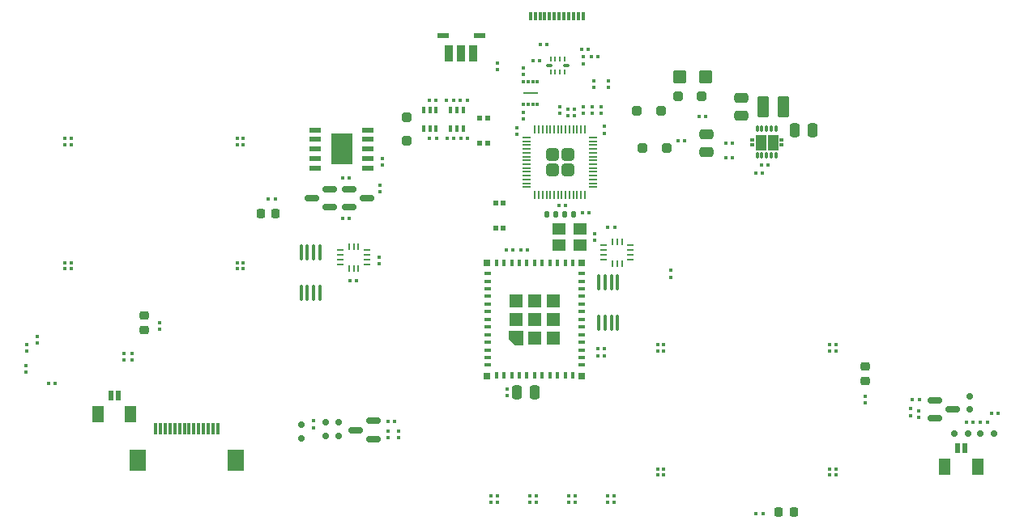
<source format=gbr>
G04 #@! TF.GenerationSoftware,KiCad,Pcbnew,8.0.2*
G04 #@! TF.CreationDate,2024-10-26T14:53:53-07:00*
G04 #@! TF.ProjectId,progcc_3.2_main,70726f67-6363-45f3-932e-325f6d61696e,1*
G04 #@! TF.SameCoordinates,Original*
G04 #@! TF.FileFunction,Paste,Top*
G04 #@! TF.FilePolarity,Positive*
%FSLAX46Y46*%
G04 Gerber Fmt 4.6, Leading zero omitted, Abs format (unit mm)*
G04 Created by KiCad (PCBNEW 8.0.2) date 2024-10-26 14:53:53*
%MOMM*%
%LPD*%
G01*
G04 APERTURE LIST*
G04 Aperture macros list*
%AMRoundRect*
0 Rectangle with rounded corners*
0 $1 Rounding radius*
0 $2 $3 $4 $5 $6 $7 $8 $9 X,Y pos of 4 corners*
0 Add a 4 corners polygon primitive as box body*
4,1,4,$2,$3,$4,$5,$6,$7,$8,$9,$2,$3,0*
0 Add four circle primitives for the rounded corners*
1,1,$1+$1,$2,$3*
1,1,$1+$1,$4,$5*
1,1,$1+$1,$6,$7*
1,1,$1+$1,$8,$9*
0 Add four rect primitives between the rounded corners*
20,1,$1+$1,$2,$3,$4,$5,0*
20,1,$1+$1,$4,$5,$6,$7,0*
20,1,$1+$1,$6,$7,$8,$9,0*
20,1,$1+$1,$8,$9,$2,$3,0*%
G04 Aperture macros list end*
%ADD10C,0.010000*%
%ADD11RoundRect,0.079500X-0.079500X-0.100500X0.079500X-0.100500X0.079500X0.100500X-0.079500X0.100500X0*%
%ADD12RoundRect,0.250000X-0.250000X-0.475000X0.250000X-0.475000X0.250000X0.475000X-0.250000X0.475000X0*%
%ADD13R,0.950000X1.700000*%
%ADD14R,0.900000X1.700000*%
%ADD15R,1.200000X0.600000*%
%ADD16RoundRect,0.079500X-0.100500X0.079500X-0.100500X-0.079500X0.100500X-0.079500X0.100500X0.079500X0*%
%ADD17RoundRect,0.150000X-0.150000X-0.200000X0.150000X-0.200000X0.150000X0.200000X-0.150000X0.200000X0*%
%ADD18R,0.370000X0.370000*%
%ADD19RoundRect,0.250000X0.475000X-0.250000X0.475000X0.250000X-0.475000X0.250000X-0.475000X-0.250000X0*%
%ADD20RoundRect,0.079500X0.100500X-0.079500X0.100500X0.079500X-0.100500X0.079500X-0.100500X-0.079500X0*%
%ADD21RoundRect,0.100000X0.100000X-0.712500X0.100000X0.712500X-0.100000X0.712500X-0.100000X-0.712500X0*%
%ADD22RoundRect,0.225000X-0.250000X0.225000X-0.250000X-0.225000X0.250000X-0.225000X0.250000X0.225000X0*%
%ADD23R,0.400000X0.650000*%
%ADD24RoundRect,0.225000X0.225000X0.250000X-0.225000X0.250000X-0.225000X-0.250000X0.225000X-0.250000X0*%
%ADD25RoundRect,0.250000X0.250000X0.250000X-0.250000X0.250000X-0.250000X-0.250000X0.250000X-0.250000X0*%
%ADD26RoundRect,0.079500X0.079500X0.100500X-0.079500X0.100500X-0.079500X-0.100500X0.079500X-0.100500X0*%
%ADD27RoundRect,0.249999X-0.395001X-0.395001X0.395001X-0.395001X0.395001X0.395001X-0.395001X0.395001X0*%
%ADD28RoundRect,0.050000X-0.387500X-0.050000X0.387500X-0.050000X0.387500X0.050000X-0.387500X0.050000X0*%
%ADD29RoundRect,0.050000X-0.050000X-0.387500X0.050000X-0.387500X0.050000X0.387500X-0.050000X0.387500X0*%
%ADD30R,0.400000X0.800000*%
%ADD31R,0.800000X0.400000*%
%ADD32R,1.450000X1.450000*%
%ADD33R,0.700000X0.700000*%
%ADD34RoundRect,0.250000X-0.250000X-0.250000X0.250000X-0.250000X0.250000X0.250000X-0.250000X0.250000X0*%
%ADD35RoundRect,0.150000X0.150000X0.200000X-0.150000X0.200000X-0.150000X-0.200000X0.150000X-0.200000X0*%
%ADD36RoundRect,0.150000X-0.587500X-0.150000X0.587500X-0.150000X0.587500X0.150000X-0.587500X0.150000X0*%
%ADD37RoundRect,0.007200X-0.112800X0.292800X-0.112800X-0.292800X0.112800X-0.292800X0.112800X0.292800X0*%
%ADD38R,0.500000X1.000000*%
%ADD39R,1.200000X1.700000*%
%ADD40R,0.300000X0.400000*%
%ADD41R,1.600000X0.200000*%
%ADD42RoundRect,0.225000X-0.225000X-0.250000X0.225000X-0.250000X0.225000X0.250000X-0.225000X0.250000X0*%
%ADD43RoundRect,0.250000X-0.450000X-0.425000X0.450000X-0.425000X0.450000X0.425000X-0.450000X0.425000X0*%
%ADD44R,1.400000X1.200000*%
%ADD45RoundRect,0.140000X0.140000X0.170000X-0.140000X0.170000X-0.140000X-0.170000X0.140000X-0.170000X0*%
%ADD46R,1.300000X0.600000*%
%ADD47R,2.300000X3.200000*%
%ADD48RoundRect,0.150000X0.587500X0.150000X-0.587500X0.150000X-0.587500X-0.150000X0.587500X-0.150000X0*%
%ADD49R,0.500000X0.550000*%
%ADD50RoundRect,0.140000X-0.140000X-0.170000X0.140000X-0.170000X0.140000X0.170000X-0.140000X0.170000X0*%
%ADD51R,0.300000X1.300000*%
%ADD52R,1.800000X2.200000*%
%ADD53R,0.300000X0.900000*%
%ADD54RoundRect,0.050000X0.075000X-0.225000X0.075000X0.225000X-0.075000X0.225000X-0.075000X-0.225000X0*%
%ADD55RoundRect,0.050000X0.050000X-0.225000X0.050000X0.225000X-0.050000X0.225000X-0.050000X-0.225000X0*%
%ADD56RoundRect,0.050000X0.250000X-0.100000X0.250000X0.100000X-0.250000X0.100000X-0.250000X-0.100000X0*%
%ADD57RoundRect,0.150000X-0.200000X0.150000X-0.200000X-0.150000X0.200000X-0.150000X0.200000X0.150000X0*%
%ADD58R,0.745000X0.280000*%
%ADD59R,0.280000X0.745000*%
%ADD60RoundRect,0.150000X0.200000X-0.150000X0.200000X0.150000X-0.200000X0.150000X-0.200000X-0.150000X0*%
%ADD61RoundRect,0.250000X-0.375000X-0.850000X0.375000X-0.850000X0.375000X0.850000X-0.375000X0.850000X0*%
%ADD62RoundRect,0.250000X-0.250000X0.250000X-0.250000X-0.250000X0.250000X-0.250000X0.250000X0.250000X0*%
%ADD63RoundRect,0.250000X-0.475000X0.250000X-0.475000X-0.250000X0.475000X-0.250000X0.475000X0.250000X0*%
G04 APERTURE END LIST*
D10*
X134919200Y-133223800D02*
X134069200Y-133223800D01*
X133469200Y-132623800D01*
X133469200Y-131773800D01*
X134919200Y-131773800D01*
X134919200Y-133223800D01*
G36*
X134919200Y-133223800D02*
G01*
X134069200Y-133223800D01*
X133469200Y-132623800D01*
X133469200Y-131773800D01*
X134919200Y-131773800D01*
X134919200Y-133223800D01*
G37*
X159040000Y-111875000D02*
X158700000Y-111875000D01*
X158700000Y-111625000D01*
X159040000Y-111625000D01*
X159040000Y-111875000D01*
G36*
X159040000Y-111875000D02*
G01*
X158700000Y-111875000D01*
X158700000Y-111625000D01*
X159040000Y-111625000D01*
X159040000Y-111875000D01*
G37*
X159040000Y-112375000D02*
X158700000Y-112375000D01*
X158700000Y-112125000D01*
X159040000Y-112125000D01*
X159040000Y-112375000D01*
G36*
X159040000Y-112375000D02*
G01*
X158700000Y-112375000D01*
X158700000Y-112125000D01*
X159040000Y-112125000D01*
X159040000Y-112375000D01*
G37*
X160300000Y-112750000D02*
X159240000Y-112750000D01*
X159240000Y-111250000D01*
X160300000Y-111250000D01*
X160300000Y-112750000D01*
G36*
X160300000Y-112750000D02*
G01*
X159240000Y-112750000D01*
X159240000Y-111250000D01*
X160300000Y-111250000D01*
X160300000Y-112750000D01*
G37*
X161560000Y-112750000D02*
X160500000Y-112750000D01*
X160500000Y-111250000D01*
X161560000Y-111250000D01*
X161560000Y-112750000D01*
G36*
X161560000Y-112750000D02*
G01*
X160500000Y-112750000D01*
X160500000Y-111250000D01*
X161560000Y-111250000D01*
X161560000Y-112750000D01*
G37*
X162100000Y-111875000D02*
X161760000Y-111875000D01*
X161760000Y-111625000D01*
X162100000Y-111625000D01*
X162100000Y-111875000D01*
G36*
X162100000Y-111875000D02*
G01*
X161760000Y-111875000D01*
X161760000Y-111625000D01*
X162100000Y-111625000D01*
X162100000Y-111875000D01*
G37*
X162100000Y-112375000D02*
X161760000Y-112375000D01*
X161760000Y-112125000D01*
X162100000Y-112125000D01*
X162100000Y-112375000D01*
G36*
X162100000Y-112375000D02*
G01*
X161760000Y-112375000D01*
X161760000Y-112125000D01*
X162100000Y-112125000D01*
X162100000Y-112375000D01*
G37*
D11*
X85335000Y-137280000D03*
X86025000Y-137280000D03*
D12*
X163320000Y-110770000D03*
X165220000Y-110770000D03*
D13*
X127208519Y-102740000D03*
D14*
X128483519Y-102740000D03*
D13*
X129758519Y-102740000D03*
D15*
X126583519Y-100840000D03*
X130383519Y-100840000D03*
D16*
X139611100Y-108518094D03*
X139611100Y-109208094D03*
D17*
X181421000Y-142494000D03*
X180021000Y-142494000D03*
D18*
X166985200Y-133857000D03*
X167655200Y-133857000D03*
X167655200Y-133187000D03*
X166985200Y-133187000D03*
D16*
X119931628Y-124010987D03*
X119931628Y-124700987D03*
D11*
X156095000Y-113670000D03*
X156785000Y-113670000D03*
D19*
X154080000Y-113070000D03*
X154080000Y-111170000D03*
D20*
X170739623Y-139313477D03*
X170739623Y-138623477D03*
D16*
X142350000Y-105555000D03*
X142350000Y-106245000D03*
D21*
X111750200Y-127791700D03*
X112400200Y-127791700D03*
X113050200Y-127791700D03*
X113700200Y-127791700D03*
X113700200Y-123566700D03*
X113050200Y-123566700D03*
X112400200Y-123566700D03*
X111750200Y-123566700D03*
D22*
X95317457Y-130105391D03*
X95317457Y-131655391D03*
D23*
X124546600Y-110556100D03*
X125196600Y-110556100D03*
X125846600Y-110556100D03*
X125846600Y-108656100D03*
X125196600Y-108656100D03*
X124546600Y-108656100D03*
D20*
X150418800Y-126125800D03*
X150418800Y-125435800D03*
D17*
X115685800Y-142773400D03*
X114285800Y-142773400D03*
D11*
X120813000Y-141224000D03*
X121503000Y-141224000D03*
X142782000Y-133583600D03*
X143472000Y-133583600D03*
D24*
X163225004Y-150698757D03*
X161675004Y-150698757D03*
D18*
X87042000Y-112267600D03*
X87712000Y-112267600D03*
X87712000Y-111597600D03*
X87042000Y-111597600D03*
D25*
X149352626Y-108746930D03*
X146852626Y-108746930D03*
D26*
X127685800Y-111612700D03*
X126995800Y-111612700D03*
D11*
X183906600Y-140411200D03*
X184596600Y-140411200D03*
D20*
X134950900Y-104909294D03*
X134950900Y-104219294D03*
X113055400Y-141873800D03*
X113055400Y-141183800D03*
D27*
X137985700Y-113308094D03*
X137985700Y-114908094D03*
X139585700Y-113308094D03*
X139585700Y-114908094D03*
D28*
X135348200Y-111508094D03*
X135348200Y-111908094D03*
X135348200Y-112308094D03*
X135348200Y-112708094D03*
X135348200Y-113108094D03*
X135348200Y-113508094D03*
X135348200Y-113908094D03*
X135348200Y-114308094D03*
X135348200Y-114708094D03*
X135348200Y-115108094D03*
X135348200Y-115508094D03*
X135348200Y-115908094D03*
X135348200Y-116308094D03*
X135348200Y-116708094D03*
D29*
X136185700Y-117545594D03*
X136585700Y-117545594D03*
X136985700Y-117545594D03*
X137385700Y-117545594D03*
X137785700Y-117545594D03*
X138185700Y-117545594D03*
X138585700Y-117545594D03*
X138985700Y-117545594D03*
X139385700Y-117545594D03*
X139785700Y-117545594D03*
X140185700Y-117545594D03*
X140585700Y-117545594D03*
X140985700Y-117545594D03*
X141385700Y-117545594D03*
D28*
X142223200Y-116708094D03*
X142223200Y-116308094D03*
X142223200Y-115908094D03*
X142223200Y-115508094D03*
X142223200Y-115108094D03*
X142223200Y-114708094D03*
X142223200Y-114308094D03*
X142223200Y-113908094D03*
X142223200Y-113508094D03*
X142223200Y-113108094D03*
X142223200Y-112708094D03*
X142223200Y-112308094D03*
X142223200Y-111908094D03*
X142223200Y-111508094D03*
D29*
X141385700Y-110670594D03*
X140985700Y-110670594D03*
X140585700Y-110670594D03*
X140185700Y-110670594D03*
X139785700Y-110670594D03*
X139385700Y-110670594D03*
X138985700Y-110670594D03*
X138585700Y-110670594D03*
X138185700Y-110670594D03*
X137785700Y-110670594D03*
X137385700Y-110670594D03*
X136985700Y-110670594D03*
X136585700Y-110670594D03*
X136185700Y-110670594D03*
D18*
X105042000Y-125267600D03*
X105712000Y-125267600D03*
X105712000Y-124597600D03*
X105042000Y-124597600D03*
D30*
X132144200Y-136448800D03*
X132944200Y-136448800D03*
X133744200Y-136448800D03*
X134544200Y-136448800D03*
X135344200Y-136448800D03*
X136144200Y-136448800D03*
X136944200Y-136448800D03*
X137744200Y-136448800D03*
X138544200Y-136448800D03*
X139344200Y-136448800D03*
X140144200Y-136448800D03*
D31*
X141044200Y-135348800D03*
X141044200Y-134548800D03*
X141044200Y-133748800D03*
X141044200Y-132948800D03*
X141044200Y-132148800D03*
X141044200Y-131348800D03*
X141044200Y-130548800D03*
X141044200Y-129748800D03*
X141044200Y-128948800D03*
X141044200Y-128148800D03*
X141044200Y-127348800D03*
X141044200Y-126548800D03*
X141044200Y-125748800D03*
D30*
X140144200Y-124648800D03*
X139344200Y-124648800D03*
X138544200Y-124648800D03*
X137744200Y-124648800D03*
X136944200Y-124648800D03*
X136144200Y-124648800D03*
X135344200Y-124648800D03*
X134544200Y-124648800D03*
X133744200Y-124648800D03*
X132944200Y-124648800D03*
X132144200Y-124648800D03*
D31*
X131244200Y-125748800D03*
X131244200Y-126548800D03*
X131244200Y-127348800D03*
X131244200Y-128148800D03*
X131244200Y-128948800D03*
X131244200Y-129748800D03*
X131244200Y-130548800D03*
X131244200Y-131348800D03*
X131244200Y-132148800D03*
X131244200Y-132948800D03*
X131244200Y-133748800D03*
X131244200Y-134548800D03*
X131244200Y-135348800D03*
D32*
X136144200Y-130548800D03*
D33*
X131194200Y-124598800D03*
X141094200Y-124598800D03*
X141094200Y-136498800D03*
X131194200Y-136498800D03*
D32*
X136144200Y-132498800D03*
X138094200Y-132498800D03*
X138094200Y-130548800D03*
X138094200Y-128598800D03*
X136144200Y-128598800D03*
X134194200Y-128598800D03*
X134194200Y-130548800D03*
D20*
X142151100Y-109002294D03*
X142151100Y-108312294D03*
D11*
X125181800Y-111612700D03*
X125871800Y-111612700D03*
D34*
X147441600Y-112649000D03*
X149941600Y-112649000D03*
D16*
X175412400Y-139913800D03*
X175412400Y-140603800D03*
D18*
X143746226Y-149724357D03*
X144416226Y-149724357D03*
X144416226Y-149054357D03*
X143746226Y-149054357D03*
D25*
X153599200Y-107238800D03*
X151099200Y-107238800D03*
D35*
X182738800Y-142494000D03*
X184138800Y-142494000D03*
D20*
X134251700Y-111189294D03*
X134251700Y-110499294D03*
D36*
X178005500Y-139015300D03*
X178005500Y-140915300D03*
X179880500Y-139965300D03*
D16*
X141274800Y-103083800D03*
X141274800Y-103773800D03*
D11*
X125156400Y-107599500D03*
X125846400Y-107599500D03*
D20*
X176326800Y-140832400D03*
X176326800Y-140142400D03*
X93268800Y-134787200D03*
X93268800Y-134097200D03*
D26*
X143472000Y-134396400D03*
X142782000Y-134396400D03*
D16*
X120853200Y-142250600D03*
X120853200Y-142940600D03*
D11*
X116118023Y-119981101D03*
X116808023Y-119981101D03*
D37*
X161400000Y-110600000D03*
X160900000Y-110600000D03*
X160400000Y-110600000D03*
X159900000Y-110600000D03*
X159400000Y-110600000D03*
X159400000Y-113400000D03*
X159900000Y-113400000D03*
X160400000Y-113400000D03*
X160900000Y-113400000D03*
X161400000Y-113400000D03*
D11*
X156095000Y-112140000D03*
X156785000Y-112140000D03*
D26*
X117534690Y-126478122D03*
X116844690Y-126478122D03*
D16*
X140322300Y-108518094D03*
X140322300Y-109208094D03*
X94056200Y-134097200D03*
X94056200Y-134787200D03*
D38*
X91840000Y-138495000D03*
X92640000Y-138495000D03*
D39*
X90540000Y-140445000D03*
X93940000Y-140445000D03*
D40*
X134949500Y-108081894D03*
X135449500Y-108081894D03*
X135949500Y-108081894D03*
X136449500Y-108081894D03*
X136449500Y-105681894D03*
X135949500Y-105681894D03*
X135449500Y-105681894D03*
X134949500Y-105681894D03*
D41*
X135699500Y-106881894D03*
D42*
X107506309Y-119497056D03*
X109056309Y-119497056D03*
D38*
X180330000Y-144055000D03*
X181130000Y-144055000D03*
D39*
X179030000Y-146005000D03*
X182430000Y-146005000D03*
D11*
X142047400Y-103073200D03*
X142737400Y-103073200D03*
D43*
X151304000Y-105130600D03*
X154004000Y-105130600D03*
D18*
X148985200Y-146857000D03*
X149655200Y-146857000D03*
X149655200Y-146187000D03*
X148985200Y-146187000D03*
D36*
X116744723Y-116922901D03*
X116744723Y-118822901D03*
X118619723Y-117872901D03*
D16*
X142460000Y-121585000D03*
X142460000Y-122275000D03*
D11*
X136713400Y-101752400D03*
X137403400Y-101752400D03*
D20*
X134975600Y-109589094D03*
X134975600Y-108899094D03*
D11*
X116107423Y-115764701D03*
X116797423Y-115764701D03*
D44*
X138690000Y-122770000D03*
X140890000Y-122770000D03*
X140890000Y-121070000D03*
X138690000Y-121070000D03*
D20*
X143471900Y-111062294D03*
X143471900Y-110372294D03*
D18*
X105042000Y-112267600D03*
X105712000Y-112267600D03*
X105712000Y-111597600D03*
X105042000Y-111597600D03*
D26*
X136666800Y-103505000D03*
X135976800Y-103505000D03*
D12*
X134279600Y-138226800D03*
X136179600Y-138226800D03*
D22*
X170738456Y-135439581D03*
X170738456Y-136989581D03*
D45*
X138370000Y-119540000D03*
X137410000Y-119540000D03*
D16*
X84175600Y-132304400D03*
X84175600Y-132994400D03*
D18*
X166985200Y-146857000D03*
X167655200Y-146857000D03*
X167655200Y-146187000D03*
X166985200Y-146187000D03*
D23*
X127391400Y-110556100D03*
X128041400Y-110556100D03*
X128691400Y-110556100D03*
X128691400Y-108656100D03*
X128041400Y-108656100D03*
X127391400Y-108656100D03*
D46*
X113227302Y-110726102D03*
X113227302Y-111726102D03*
X113227302Y-112726102D03*
X113227302Y-113726102D03*
X113227302Y-114726102D03*
X118727302Y-114726102D03*
X118727302Y-113726102D03*
X118727302Y-112726102D03*
X118727302Y-111726102D03*
X118727302Y-110726102D03*
D47*
X115977302Y-112726102D03*
D11*
X159300629Y-150847756D03*
X159990629Y-150847756D03*
D48*
X114708123Y-118822901D03*
X114708123Y-116922901D03*
X112833123Y-117872901D03*
D26*
X133898200Y-123266200D03*
X133208200Y-123266200D03*
D49*
X130435400Y-112119800D03*
X131235400Y-112119800D03*
X130435400Y-109469800D03*
X131235400Y-109469800D03*
D11*
X181290400Y-141300200D03*
X181980400Y-141300200D03*
X108340401Y-117977059D03*
X109030401Y-117977059D03*
X143805000Y-120950000D03*
X144495000Y-120950000D03*
D16*
X143065500Y-108312294D03*
X143065500Y-109002294D03*
D11*
X153328200Y-109274000D03*
X154018200Y-109274000D03*
D26*
X141865000Y-119420000D03*
X141175000Y-119420000D03*
D48*
X119301500Y-143088400D03*
X119301500Y-141188400D03*
X117426500Y-142138400D03*
D16*
X120225902Y-113711302D03*
X120225902Y-114401302D03*
D11*
X182763600Y-141300200D03*
X183453600Y-141300200D03*
D16*
X138747500Y-108314894D03*
X138747500Y-109004894D03*
D18*
X135646226Y-149724357D03*
X136316226Y-149724357D03*
X136316226Y-149054357D03*
X135646226Y-149054357D03*
D50*
X139290000Y-119540000D03*
X140250000Y-119540000D03*
D16*
X141236700Y-108314894D03*
X141236700Y-109004894D03*
D51*
X96540000Y-142030000D03*
X97040000Y-142030000D03*
X97540000Y-142030000D03*
X98040000Y-142030000D03*
X98540000Y-142030000D03*
X99040000Y-142030000D03*
X99540000Y-142030000D03*
X100040000Y-142030000D03*
X100540000Y-142030000D03*
X101040000Y-142030000D03*
X101540000Y-142030000D03*
X102040000Y-142030000D03*
X102540000Y-142030000D03*
X103040000Y-142030000D03*
D52*
X94640000Y-145280000D03*
X104940000Y-145280000D03*
D16*
X83075375Y-133204089D03*
X83075375Y-133894089D03*
D26*
X127649800Y-107599500D03*
X126959800Y-107599500D03*
D53*
X141210000Y-98835000D03*
X140710000Y-98835000D03*
X140210000Y-98835000D03*
X139710000Y-98835000D03*
X139210000Y-98835000D03*
X138710000Y-98835000D03*
X138210000Y-98835000D03*
X137710000Y-98835000D03*
X137210000Y-98835000D03*
X136710000Y-98835000D03*
X136210000Y-98835000D03*
X135710000Y-98835000D03*
D54*
X137807000Y-104688000D03*
D55*
X138307000Y-104688000D03*
X138807000Y-104688000D03*
D54*
X139307000Y-104688000D03*
D56*
X139457000Y-104013000D03*
D54*
X139307000Y-103338000D03*
D55*
X138807000Y-103338000D03*
X138307000Y-103338000D03*
D54*
X137807000Y-103338000D03*
D56*
X137657000Y-104013000D03*
D21*
X142865200Y-130915900D03*
X143515200Y-130915900D03*
X144165200Y-130915900D03*
X144815200Y-130915900D03*
X144815200Y-126690900D03*
X144165200Y-126690900D03*
X143515200Y-126690900D03*
X142865200Y-126690900D03*
D49*
X132861000Y-118385200D03*
X132061000Y-118385200D03*
X132861000Y-121035200D03*
X132061000Y-121035200D03*
D57*
X181635400Y-139968200D03*
X181635400Y-138568200D03*
D35*
X114285800Y-141300200D03*
X115685800Y-141300200D03*
D11*
X128407600Y-107599500D03*
X129097600Y-107599500D03*
X138685000Y-118630000D03*
X139375000Y-118630000D03*
D16*
X96933652Y-130907363D03*
X96933652Y-131597363D03*
D20*
X133248400Y-138546400D03*
X133248400Y-137856400D03*
D18*
X87042000Y-125267600D03*
X87712000Y-125267600D03*
X87712000Y-124597600D03*
X87042000Y-124597600D03*
D58*
X146159800Y-124295600D03*
X146159800Y-123795600D03*
X146159800Y-123295600D03*
X146159800Y-122795600D03*
D59*
X145261800Y-122397600D03*
X144761800Y-122397600D03*
X144261800Y-122397600D03*
D58*
X143363800Y-122795600D03*
X143363800Y-123295600D03*
X143363800Y-123795600D03*
X143363800Y-124295600D03*
D59*
X144261800Y-124693600D03*
X144761800Y-124693600D03*
X145261800Y-124693600D03*
D60*
X111785400Y-141590800D03*
X111785400Y-142990800D03*
D11*
X128418200Y-111612700D03*
X129108200Y-111612700D03*
D16*
X143870000Y-105555000D03*
X143870000Y-106245000D03*
D11*
X151118400Y-111864800D03*
X151808400Y-111864800D03*
D18*
X131596226Y-149724357D03*
X132266226Y-149724357D03*
X132266226Y-149054357D03*
X131596226Y-149054357D03*
D58*
X115841200Y-123303600D03*
X115841200Y-123803600D03*
X115841200Y-124303600D03*
X115841200Y-124803600D03*
D59*
X116739200Y-125201600D03*
X117239200Y-125201600D03*
X117739200Y-125201600D03*
D58*
X118637200Y-124803600D03*
X118637200Y-124303600D03*
X118637200Y-123803600D03*
X118637200Y-123303600D03*
D59*
X117739200Y-122905600D03*
X117239200Y-122905600D03*
X116739200Y-122905600D03*
D61*
X160015000Y-108340000D03*
X162165000Y-108340000D03*
D16*
X132257800Y-103693400D03*
X132257800Y-104383400D03*
D26*
X160563077Y-114402950D03*
X159873077Y-114402950D03*
D62*
X122758200Y-109392400D03*
X122758200Y-111892400D03*
D20*
X83003941Y-136104076D03*
X83003941Y-135414076D03*
D11*
X159233348Y-115214226D03*
X159923348Y-115214226D03*
D18*
X148985200Y-133857000D03*
X149655200Y-133857000D03*
X149655200Y-133187000D03*
X148985200Y-133187000D03*
X139696226Y-149724357D03*
X140366226Y-149724357D03*
X140366226Y-149054357D03*
X139696226Y-149054357D03*
D20*
X121894600Y-142940600D03*
X121894600Y-142250600D03*
D11*
X175651600Y-138988800D03*
X176341600Y-138988800D03*
D63*
X157782026Y-107324670D03*
X157782026Y-109224670D03*
D11*
X141031400Y-102311200D03*
X141721400Y-102311200D03*
D16*
X120019023Y-116537301D03*
X120019023Y-117227301D03*
D26*
X135371400Y-123266200D03*
X134681400Y-123266200D03*
M02*

</source>
